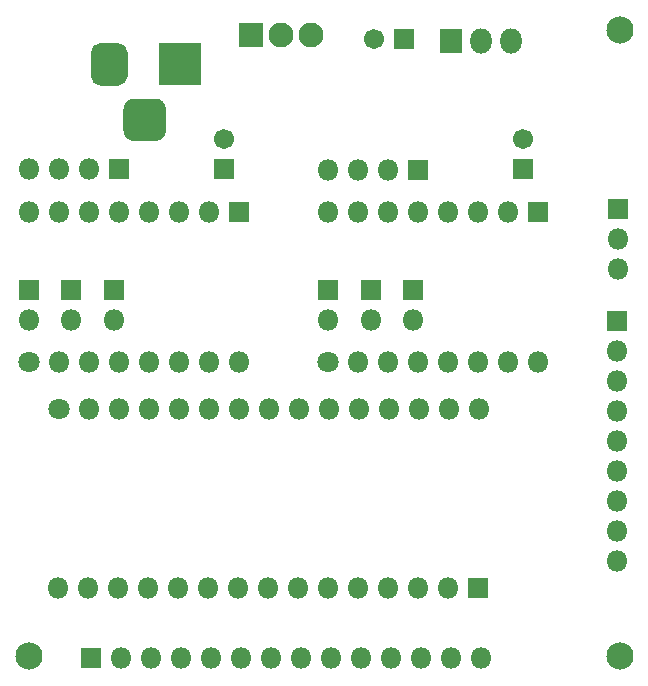
<source format=gbr>
%TF.GenerationSoftware,KiCad,Pcbnew,(5.1.6-0-10_14)*%
%TF.CreationDate,2020-05-27T15:33:41+01:00*%
%TF.ProjectId,Plotyx,506c6f74-7978-42e6-9b69-6361645f7063,rev?*%
%TF.SameCoordinates,Original*%
%TF.FileFunction,Soldermask,Bot*%
%TF.FilePolarity,Negative*%
%FSLAX46Y46*%
G04 Gerber Fmt 4.6, Leading zero omitted, Abs format (unit mm)*
G04 Created by KiCad (PCBNEW (5.1.6-0-10_14)) date 2020-05-27 15:33:41*
%MOMM*%
%LPD*%
G01*
G04 APERTURE LIST*
%ADD10O,1.801600X1.801600*%
%ADD11R,1.801600X1.801600*%
%ADD12C,2.301600*%
%ADD13C,1.801600*%
%ADD14R,3.601600X3.601600*%
%ADD15C,1.701600*%
%ADD16R,1.701600X1.701600*%
%ADD17R,2.101600X2.101600*%
%ADD18C,2.101600*%
%ADD19R,1.831600X2.131600*%
%ADD20O,1.831600X2.131600*%
G04 APERTURE END LIST*
D10*
%TO.C,J18*%
X164250000Y-118445000D03*
X164250000Y-115905000D03*
X164250000Y-113365000D03*
X164250000Y-110825000D03*
X164250000Y-108285000D03*
X164250000Y-105745000D03*
X164250000Y-103205000D03*
X164250000Y-100665000D03*
D11*
X164250000Y-98125000D03*
%TD*%
D12*
%TO.C,REF\u002A\u002A*%
X164446000Y-73470000D03*
%TD*%
%TO.C,REF\u002A\u002A*%
X114450000Y-126470000D03*
%TD*%
%TO.C,REF\u002A\u002A*%
X164446000Y-126470000D03*
%TD*%
D11*
%TO.C,J6*%
X118020000Y-95470000D03*
D10*
X118020000Y-98010000D03*
%TD*%
D11*
%TO.C,J2*%
X132200000Y-88870000D03*
D10*
X129660000Y-88870000D03*
X127120000Y-88870000D03*
X124580000Y-88870000D03*
X122040000Y-88870000D03*
X119500000Y-88870000D03*
X116960000Y-88870000D03*
X114420000Y-88870000D03*
%TD*%
%TO.C,J8*%
X152530000Y-105510000D03*
X149990000Y-105510000D03*
X147450000Y-105510000D03*
X144910000Y-105510000D03*
X142370000Y-105510000D03*
X139830000Y-105510000D03*
X137290000Y-105510000D03*
X134750000Y-105510000D03*
X132210000Y-105510000D03*
X129670000Y-105510000D03*
X127130000Y-105510000D03*
X124590000Y-105510000D03*
X122050000Y-105510000D03*
X119510000Y-105510000D03*
D13*
X116970000Y-105510000D03*
%TD*%
D10*
%TO.C,J3*%
X132200000Y-101570000D03*
X129660000Y-101570000D03*
X127120000Y-101570000D03*
X124580000Y-101570000D03*
X122040000Y-101570000D03*
X119500000Y-101570000D03*
X116960000Y-101570000D03*
D13*
X114420000Y-101570000D03*
%TD*%
D10*
%TO.C,J13*%
X157580000Y-101580000D03*
X155040000Y-101580000D03*
X152500000Y-101580000D03*
X149960000Y-101580000D03*
X147420000Y-101580000D03*
X144880000Y-101580000D03*
X142340000Y-101580000D03*
D13*
X139800000Y-101580000D03*
%TD*%
D14*
%TO.C,J1*%
X127240000Y-76370000D03*
G36*
G01*
X119689200Y-77395400D02*
X119689200Y-75344600D01*
G75*
G02*
X120464600Y-74569200I775400J0D01*
G01*
X122015400Y-74569200D01*
G75*
G02*
X122790800Y-75344600I0J-775400D01*
G01*
X122790800Y-77395400D01*
G75*
G02*
X122015400Y-78170800I-775400J0D01*
G01*
X120464600Y-78170800D01*
G75*
G02*
X119689200Y-77395400I0J775400D01*
G01*
G37*
G36*
G01*
X122439200Y-81970400D02*
X122439200Y-80169600D01*
G75*
G02*
X123339600Y-79269200I900400J0D01*
G01*
X125140400Y-79269200D01*
G75*
G02*
X126040800Y-80169600I0J-900400D01*
G01*
X126040800Y-81970400D01*
G75*
G02*
X125140400Y-82870800I-900400J0D01*
G01*
X123339600Y-82870800D01*
G75*
G02*
X122439200Y-81970400I0J900400D01*
G01*
G37*
%TD*%
D15*
%TO.C,C3*%
X143675000Y-74250000D03*
D16*
X146175000Y-74250000D03*
%TD*%
D15*
%TO.C,C2*%
X156310000Y-82730000D03*
D16*
X156310000Y-85230000D03*
%TD*%
D15*
%TO.C,C1*%
X130930000Y-82730000D03*
D16*
X130930000Y-85230000D03*
%TD*%
D11*
%TO.C,J4*%
X147390000Y-85320000D03*
D10*
X144850000Y-85320000D03*
X142310000Y-85320000D03*
X139770000Y-85320000D03*
%TD*%
D11*
%TO.C,J9*%
X164318780Y-88578180D03*
D10*
X164318780Y-91118180D03*
X164318780Y-93658180D03*
%TD*%
D11*
%TO.C,J10*%
X152480000Y-120730000D03*
D10*
X149940000Y-120730000D03*
X147400000Y-120730000D03*
X144860000Y-120730000D03*
X142320000Y-120730000D03*
X139780000Y-120730000D03*
X137240000Y-120730000D03*
X134700000Y-120730000D03*
X132160000Y-120730000D03*
X129620000Y-120730000D03*
X127080000Y-120730000D03*
X124540000Y-120730000D03*
X122000000Y-120730000D03*
X119460000Y-120730000D03*
X116920000Y-120730000D03*
%TD*%
%TO.C,J11*%
X114430000Y-85270000D03*
X116970000Y-85270000D03*
X119510000Y-85270000D03*
D11*
X122050000Y-85270000D03*
%TD*%
%TO.C,J12*%
X157580000Y-88880000D03*
D10*
X155040000Y-88880000D03*
X152500000Y-88880000D03*
X149960000Y-88880000D03*
X147420000Y-88880000D03*
X144880000Y-88880000D03*
X142340000Y-88880000D03*
X139800000Y-88880000D03*
%TD*%
D11*
%TO.C,J5*%
X114420000Y-95470000D03*
D10*
X114420000Y-98010000D03*
%TD*%
%TO.C,J7*%
X121620000Y-98010000D03*
D11*
X121620000Y-95470000D03*
%TD*%
%TO.C,J14*%
X139800000Y-95480000D03*
D10*
X139800000Y-98020000D03*
%TD*%
D11*
%TO.C,J15*%
X143400000Y-95480000D03*
D10*
X143400000Y-98020000D03*
%TD*%
%TO.C,J16*%
X147000000Y-98020000D03*
D11*
X147000000Y-95480000D03*
%TD*%
D17*
%TO.C,U1*%
X133255000Y-73890000D03*
D18*
X135795000Y-73890000D03*
X138335000Y-73890000D03*
%TD*%
D11*
%TO.C,J17*%
X119700000Y-126650000D03*
D10*
X122240000Y-126650000D03*
X124780000Y-126650000D03*
X127320000Y-126650000D03*
X129860000Y-126650000D03*
X132400000Y-126650000D03*
X134940000Y-126650000D03*
X137480000Y-126650000D03*
X140020000Y-126650000D03*
X142560000Y-126650000D03*
X145100000Y-126650000D03*
X147640000Y-126650000D03*
X150180000Y-126650000D03*
X152720000Y-126650000D03*
%TD*%
D19*
%TO.C,M1*%
X150180000Y-74420000D03*
D20*
X152720000Y-74420000D03*
X155260000Y-74420000D03*
%TD*%
M02*

</source>
